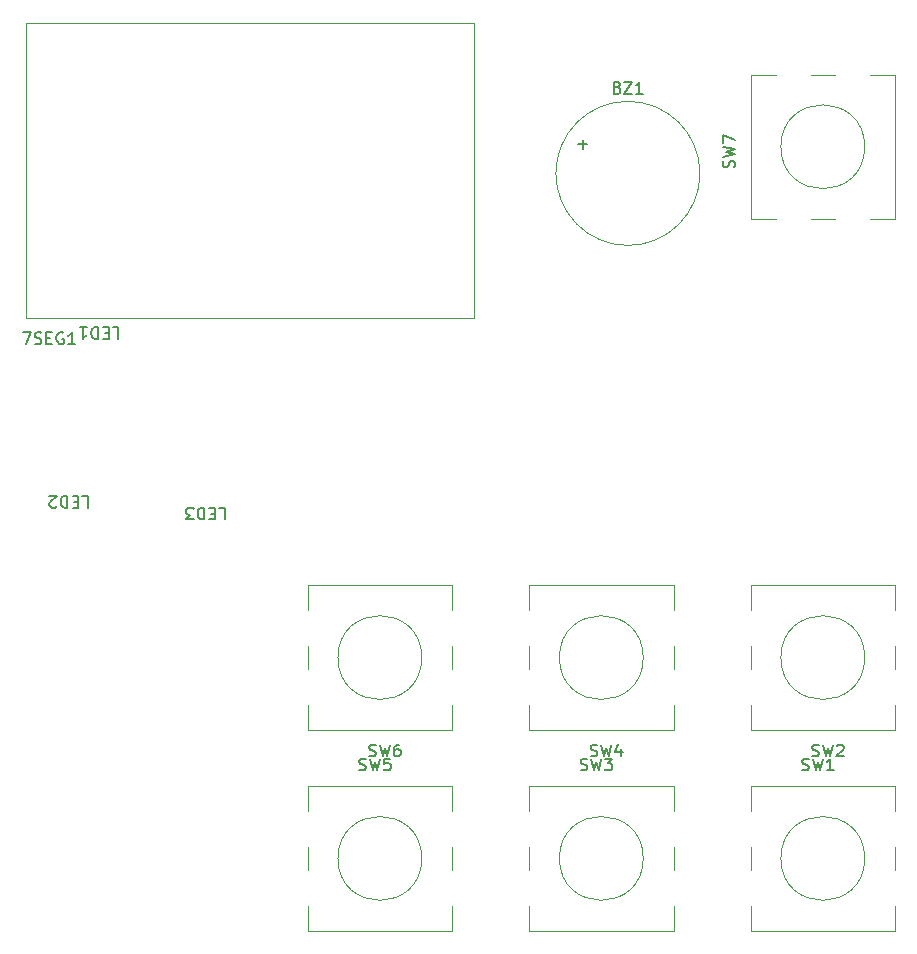
<source format=gto>
%TF.GenerationSoftware,KiCad,Pcbnew,9.0.5*%
%TF.CreationDate,2025-10-27T12:52:04+01:00*%
%TF.ProjectId,mastermind,6d617374-6572-46d6-996e-642e6b696361,rev?*%
%TF.SameCoordinates,Original*%
%TF.FileFunction,Legend,Top*%
%TF.FilePolarity,Positive*%
%FSLAX46Y46*%
G04 Gerber Fmt 4.6, Leading zero omitted, Abs format (unit mm)*
G04 Created by KiCad (PCBNEW 9.0.5) date 2025-10-27 12:52:04*
%MOMM*%
%LPD*%
G01*
G04 APERTURE LIST*
%ADD10C,0.150000*%
%ADD11C,0.100000*%
%ADD12C,0.120000*%
G04 APERTURE END LIST*
D10*
X89789047Y-99295180D02*
X90265237Y-99295180D01*
X90265237Y-99295180D02*
X90265237Y-100295180D01*
X89455713Y-99818990D02*
X89122380Y-99818990D01*
X88979523Y-99295180D02*
X89455713Y-99295180D01*
X89455713Y-99295180D02*
X89455713Y-100295180D01*
X89455713Y-100295180D02*
X88979523Y-100295180D01*
X88550951Y-99295180D02*
X88550951Y-100295180D01*
X88550951Y-100295180D02*
X88312856Y-100295180D01*
X88312856Y-100295180D02*
X88169999Y-100247561D01*
X88169999Y-100247561D02*
X88074761Y-100152323D01*
X88074761Y-100152323D02*
X88027142Y-100057085D01*
X88027142Y-100057085D02*
X87979523Y-99866609D01*
X87979523Y-99866609D02*
X87979523Y-99723752D01*
X87979523Y-99723752D02*
X88027142Y-99533276D01*
X88027142Y-99533276D02*
X88074761Y-99438038D01*
X88074761Y-99438038D02*
X88169999Y-99342800D01*
X88169999Y-99342800D02*
X88312856Y-99295180D01*
X88312856Y-99295180D02*
X88550951Y-99295180D01*
X87598570Y-100199942D02*
X87550951Y-100247561D01*
X87550951Y-100247561D02*
X87455713Y-100295180D01*
X87455713Y-100295180D02*
X87217618Y-100295180D01*
X87217618Y-100295180D02*
X87122380Y-100247561D01*
X87122380Y-100247561D02*
X87074761Y-100199942D01*
X87074761Y-100199942D02*
X87027142Y-100104704D01*
X87027142Y-100104704D02*
X87027142Y-100009466D01*
X87027142Y-100009466D02*
X87074761Y-99866609D01*
X87074761Y-99866609D02*
X87646189Y-99295180D01*
X87646189Y-99295180D02*
X87027142Y-99295180D01*
X101369047Y-100295180D02*
X101845237Y-100295180D01*
X101845237Y-100295180D02*
X101845237Y-101295180D01*
X101035713Y-100818990D02*
X100702380Y-100818990D01*
X100559523Y-100295180D02*
X101035713Y-100295180D01*
X101035713Y-100295180D02*
X101035713Y-101295180D01*
X101035713Y-101295180D02*
X100559523Y-101295180D01*
X100130951Y-100295180D02*
X100130951Y-101295180D01*
X100130951Y-101295180D02*
X99892856Y-101295180D01*
X99892856Y-101295180D02*
X99749999Y-101247561D01*
X99749999Y-101247561D02*
X99654761Y-101152323D01*
X99654761Y-101152323D02*
X99607142Y-101057085D01*
X99607142Y-101057085D02*
X99559523Y-100866609D01*
X99559523Y-100866609D02*
X99559523Y-100723752D01*
X99559523Y-100723752D02*
X99607142Y-100533276D01*
X99607142Y-100533276D02*
X99654761Y-100438038D01*
X99654761Y-100438038D02*
X99749999Y-100342800D01*
X99749999Y-100342800D02*
X99892856Y-100295180D01*
X99892856Y-100295180D02*
X100130951Y-100295180D01*
X99226189Y-101295180D02*
X98607142Y-101295180D01*
X98607142Y-101295180D02*
X98940475Y-100914228D01*
X98940475Y-100914228D02*
X98797618Y-100914228D01*
X98797618Y-100914228D02*
X98702380Y-100866609D01*
X98702380Y-100866609D02*
X98654761Y-100818990D01*
X98654761Y-100818990D02*
X98607142Y-100723752D01*
X98607142Y-100723752D02*
X98607142Y-100485657D01*
X98607142Y-100485657D02*
X98654761Y-100390419D01*
X98654761Y-100390419D02*
X98702380Y-100342800D01*
X98702380Y-100342800D02*
X98797618Y-100295180D01*
X98797618Y-100295180D02*
X99083332Y-100295180D01*
X99083332Y-100295180D02*
X99178570Y-100342800D01*
X99178570Y-100342800D02*
X99226189Y-100390419D01*
X92369047Y-85005180D02*
X92845237Y-85005180D01*
X92845237Y-85005180D02*
X92845237Y-86005180D01*
X92035713Y-85528990D02*
X91702380Y-85528990D01*
X91559523Y-85005180D02*
X92035713Y-85005180D01*
X92035713Y-85005180D02*
X92035713Y-86005180D01*
X92035713Y-86005180D02*
X91559523Y-86005180D01*
X91130951Y-85005180D02*
X91130951Y-86005180D01*
X91130951Y-86005180D02*
X90892856Y-86005180D01*
X90892856Y-86005180D02*
X90749999Y-85957561D01*
X90749999Y-85957561D02*
X90654761Y-85862323D01*
X90654761Y-85862323D02*
X90607142Y-85767085D01*
X90607142Y-85767085D02*
X90559523Y-85576609D01*
X90559523Y-85576609D02*
X90559523Y-85433752D01*
X90559523Y-85433752D02*
X90607142Y-85243276D01*
X90607142Y-85243276D02*
X90654761Y-85148038D01*
X90654761Y-85148038D02*
X90749999Y-85052800D01*
X90749999Y-85052800D02*
X90892856Y-85005180D01*
X90892856Y-85005180D02*
X91130951Y-85005180D01*
X89607142Y-85005180D02*
X90178570Y-85005180D01*
X89892856Y-85005180D02*
X89892856Y-86005180D01*
X89892856Y-86005180D02*
X89988094Y-85862323D01*
X89988094Y-85862323D02*
X90083332Y-85767085D01*
X90083332Y-85767085D02*
X90178570Y-85719466D01*
X84761905Y-85454819D02*
X85428571Y-85454819D01*
X85428571Y-85454819D02*
X85000000Y-86454819D01*
X85761905Y-86407200D02*
X85904762Y-86454819D01*
X85904762Y-86454819D02*
X86142857Y-86454819D01*
X86142857Y-86454819D02*
X86238095Y-86407200D01*
X86238095Y-86407200D02*
X86285714Y-86359580D01*
X86285714Y-86359580D02*
X86333333Y-86264342D01*
X86333333Y-86264342D02*
X86333333Y-86169104D01*
X86333333Y-86169104D02*
X86285714Y-86073866D01*
X86285714Y-86073866D02*
X86238095Y-86026247D01*
X86238095Y-86026247D02*
X86142857Y-85978628D01*
X86142857Y-85978628D02*
X85952381Y-85931009D01*
X85952381Y-85931009D02*
X85857143Y-85883390D01*
X85857143Y-85883390D02*
X85809524Y-85835771D01*
X85809524Y-85835771D02*
X85761905Y-85740533D01*
X85761905Y-85740533D02*
X85761905Y-85645295D01*
X85761905Y-85645295D02*
X85809524Y-85550057D01*
X85809524Y-85550057D02*
X85857143Y-85502438D01*
X85857143Y-85502438D02*
X85952381Y-85454819D01*
X85952381Y-85454819D02*
X86190476Y-85454819D01*
X86190476Y-85454819D02*
X86333333Y-85502438D01*
X86761905Y-85931009D02*
X87095238Y-85931009D01*
X87238095Y-86454819D02*
X86761905Y-86454819D01*
X86761905Y-86454819D02*
X86761905Y-85454819D01*
X86761905Y-85454819D02*
X87238095Y-85454819D01*
X88190476Y-85502438D02*
X88095238Y-85454819D01*
X88095238Y-85454819D02*
X87952381Y-85454819D01*
X87952381Y-85454819D02*
X87809524Y-85502438D01*
X87809524Y-85502438D02*
X87714286Y-85597676D01*
X87714286Y-85597676D02*
X87666667Y-85692914D01*
X87666667Y-85692914D02*
X87619048Y-85883390D01*
X87619048Y-85883390D02*
X87619048Y-86026247D01*
X87619048Y-86026247D02*
X87666667Y-86216723D01*
X87666667Y-86216723D02*
X87714286Y-86311961D01*
X87714286Y-86311961D02*
X87809524Y-86407200D01*
X87809524Y-86407200D02*
X87952381Y-86454819D01*
X87952381Y-86454819D02*
X88047619Y-86454819D01*
X88047619Y-86454819D02*
X88190476Y-86407200D01*
X88190476Y-86407200D02*
X88238095Y-86359580D01*
X88238095Y-86359580D02*
X88238095Y-86026247D01*
X88238095Y-86026247D02*
X88047619Y-86026247D01*
X89190476Y-86454819D02*
X88619048Y-86454819D01*
X88904762Y-86454819D02*
X88904762Y-85454819D01*
X88904762Y-85454819D02*
X88809524Y-85597676D01*
X88809524Y-85597676D02*
X88714286Y-85692914D01*
X88714286Y-85692914D02*
X88619048Y-85740533D01*
X113246667Y-122497200D02*
X113389524Y-122544819D01*
X113389524Y-122544819D02*
X113627619Y-122544819D01*
X113627619Y-122544819D02*
X113722857Y-122497200D01*
X113722857Y-122497200D02*
X113770476Y-122449580D01*
X113770476Y-122449580D02*
X113818095Y-122354342D01*
X113818095Y-122354342D02*
X113818095Y-122259104D01*
X113818095Y-122259104D02*
X113770476Y-122163866D01*
X113770476Y-122163866D02*
X113722857Y-122116247D01*
X113722857Y-122116247D02*
X113627619Y-122068628D01*
X113627619Y-122068628D02*
X113437143Y-122021009D01*
X113437143Y-122021009D02*
X113341905Y-121973390D01*
X113341905Y-121973390D02*
X113294286Y-121925771D01*
X113294286Y-121925771D02*
X113246667Y-121830533D01*
X113246667Y-121830533D02*
X113246667Y-121735295D01*
X113246667Y-121735295D02*
X113294286Y-121640057D01*
X113294286Y-121640057D02*
X113341905Y-121592438D01*
X113341905Y-121592438D02*
X113437143Y-121544819D01*
X113437143Y-121544819D02*
X113675238Y-121544819D01*
X113675238Y-121544819D02*
X113818095Y-121592438D01*
X114151429Y-121544819D02*
X114389524Y-122544819D01*
X114389524Y-122544819D02*
X114580000Y-121830533D01*
X114580000Y-121830533D02*
X114770476Y-122544819D01*
X114770476Y-122544819D02*
X115008572Y-121544819D01*
X115865714Y-121544819D02*
X115389524Y-121544819D01*
X115389524Y-121544819D02*
X115341905Y-122021009D01*
X115341905Y-122021009D02*
X115389524Y-121973390D01*
X115389524Y-121973390D02*
X115484762Y-121925771D01*
X115484762Y-121925771D02*
X115722857Y-121925771D01*
X115722857Y-121925771D02*
X115818095Y-121973390D01*
X115818095Y-121973390D02*
X115865714Y-122021009D01*
X115865714Y-122021009D02*
X115913333Y-122116247D01*
X115913333Y-122116247D02*
X115913333Y-122354342D01*
X115913333Y-122354342D02*
X115865714Y-122449580D01*
X115865714Y-122449580D02*
X115818095Y-122497200D01*
X115818095Y-122497200D02*
X115722857Y-122544819D01*
X115722857Y-122544819D02*
X115484762Y-122544819D01*
X115484762Y-122544819D02*
X115389524Y-122497200D01*
X115389524Y-122497200D02*
X115341905Y-122449580D01*
X135119047Y-64731009D02*
X135261904Y-64778628D01*
X135261904Y-64778628D02*
X135309523Y-64826247D01*
X135309523Y-64826247D02*
X135357142Y-64921485D01*
X135357142Y-64921485D02*
X135357142Y-65064342D01*
X135357142Y-65064342D02*
X135309523Y-65159580D01*
X135309523Y-65159580D02*
X135261904Y-65207200D01*
X135261904Y-65207200D02*
X135166666Y-65254819D01*
X135166666Y-65254819D02*
X134785714Y-65254819D01*
X134785714Y-65254819D02*
X134785714Y-64254819D01*
X134785714Y-64254819D02*
X135119047Y-64254819D01*
X135119047Y-64254819D02*
X135214285Y-64302438D01*
X135214285Y-64302438D02*
X135261904Y-64350057D01*
X135261904Y-64350057D02*
X135309523Y-64445295D01*
X135309523Y-64445295D02*
X135309523Y-64540533D01*
X135309523Y-64540533D02*
X135261904Y-64635771D01*
X135261904Y-64635771D02*
X135214285Y-64683390D01*
X135214285Y-64683390D02*
X135119047Y-64731009D01*
X135119047Y-64731009D02*
X134785714Y-64731009D01*
X135690476Y-64254819D02*
X136357142Y-64254819D01*
X136357142Y-64254819D02*
X135690476Y-65254819D01*
X135690476Y-65254819D02*
X136357142Y-65254819D01*
X137261904Y-65254819D02*
X136690476Y-65254819D01*
X136976190Y-65254819D02*
X136976190Y-64254819D01*
X136976190Y-64254819D02*
X136880952Y-64397676D01*
X136880952Y-64397676D02*
X136785714Y-64492914D01*
X136785714Y-64492914D02*
X136690476Y-64540533D01*
X131809048Y-69533866D02*
X132570953Y-69533866D01*
X132190000Y-69914819D02*
X132190000Y-69152914D01*
X151586667Y-121317200D02*
X151729524Y-121364819D01*
X151729524Y-121364819D02*
X151967619Y-121364819D01*
X151967619Y-121364819D02*
X152062857Y-121317200D01*
X152062857Y-121317200D02*
X152110476Y-121269580D01*
X152110476Y-121269580D02*
X152158095Y-121174342D01*
X152158095Y-121174342D02*
X152158095Y-121079104D01*
X152158095Y-121079104D02*
X152110476Y-120983866D01*
X152110476Y-120983866D02*
X152062857Y-120936247D01*
X152062857Y-120936247D02*
X151967619Y-120888628D01*
X151967619Y-120888628D02*
X151777143Y-120841009D01*
X151777143Y-120841009D02*
X151681905Y-120793390D01*
X151681905Y-120793390D02*
X151634286Y-120745771D01*
X151634286Y-120745771D02*
X151586667Y-120650533D01*
X151586667Y-120650533D02*
X151586667Y-120555295D01*
X151586667Y-120555295D02*
X151634286Y-120460057D01*
X151634286Y-120460057D02*
X151681905Y-120412438D01*
X151681905Y-120412438D02*
X151777143Y-120364819D01*
X151777143Y-120364819D02*
X152015238Y-120364819D01*
X152015238Y-120364819D02*
X152158095Y-120412438D01*
X152491429Y-120364819D02*
X152729524Y-121364819D01*
X152729524Y-121364819D02*
X152920000Y-120650533D01*
X152920000Y-120650533D02*
X153110476Y-121364819D01*
X153110476Y-121364819D02*
X153348572Y-120364819D01*
X153681905Y-120460057D02*
X153729524Y-120412438D01*
X153729524Y-120412438D02*
X153824762Y-120364819D01*
X153824762Y-120364819D02*
X154062857Y-120364819D01*
X154062857Y-120364819D02*
X154158095Y-120412438D01*
X154158095Y-120412438D02*
X154205714Y-120460057D01*
X154205714Y-120460057D02*
X154253333Y-120555295D01*
X154253333Y-120555295D02*
X154253333Y-120650533D01*
X154253333Y-120650533D02*
X154205714Y-120793390D01*
X154205714Y-120793390D02*
X153634286Y-121364819D01*
X153634286Y-121364819D02*
X154253333Y-121364819D01*
X132836667Y-121317200D02*
X132979524Y-121364819D01*
X132979524Y-121364819D02*
X133217619Y-121364819D01*
X133217619Y-121364819D02*
X133312857Y-121317200D01*
X133312857Y-121317200D02*
X133360476Y-121269580D01*
X133360476Y-121269580D02*
X133408095Y-121174342D01*
X133408095Y-121174342D02*
X133408095Y-121079104D01*
X133408095Y-121079104D02*
X133360476Y-120983866D01*
X133360476Y-120983866D02*
X133312857Y-120936247D01*
X133312857Y-120936247D02*
X133217619Y-120888628D01*
X133217619Y-120888628D02*
X133027143Y-120841009D01*
X133027143Y-120841009D02*
X132931905Y-120793390D01*
X132931905Y-120793390D02*
X132884286Y-120745771D01*
X132884286Y-120745771D02*
X132836667Y-120650533D01*
X132836667Y-120650533D02*
X132836667Y-120555295D01*
X132836667Y-120555295D02*
X132884286Y-120460057D01*
X132884286Y-120460057D02*
X132931905Y-120412438D01*
X132931905Y-120412438D02*
X133027143Y-120364819D01*
X133027143Y-120364819D02*
X133265238Y-120364819D01*
X133265238Y-120364819D02*
X133408095Y-120412438D01*
X133741429Y-120364819D02*
X133979524Y-121364819D01*
X133979524Y-121364819D02*
X134170000Y-120650533D01*
X134170000Y-120650533D02*
X134360476Y-121364819D01*
X134360476Y-121364819D02*
X134598572Y-120364819D01*
X135408095Y-120698152D02*
X135408095Y-121364819D01*
X135170000Y-120317200D02*
X134931905Y-121031485D01*
X134931905Y-121031485D02*
X135550952Y-121031485D01*
X114086667Y-121317200D02*
X114229524Y-121364819D01*
X114229524Y-121364819D02*
X114467619Y-121364819D01*
X114467619Y-121364819D02*
X114562857Y-121317200D01*
X114562857Y-121317200D02*
X114610476Y-121269580D01*
X114610476Y-121269580D02*
X114658095Y-121174342D01*
X114658095Y-121174342D02*
X114658095Y-121079104D01*
X114658095Y-121079104D02*
X114610476Y-120983866D01*
X114610476Y-120983866D02*
X114562857Y-120936247D01*
X114562857Y-120936247D02*
X114467619Y-120888628D01*
X114467619Y-120888628D02*
X114277143Y-120841009D01*
X114277143Y-120841009D02*
X114181905Y-120793390D01*
X114181905Y-120793390D02*
X114134286Y-120745771D01*
X114134286Y-120745771D02*
X114086667Y-120650533D01*
X114086667Y-120650533D02*
X114086667Y-120555295D01*
X114086667Y-120555295D02*
X114134286Y-120460057D01*
X114134286Y-120460057D02*
X114181905Y-120412438D01*
X114181905Y-120412438D02*
X114277143Y-120364819D01*
X114277143Y-120364819D02*
X114515238Y-120364819D01*
X114515238Y-120364819D02*
X114658095Y-120412438D01*
X114991429Y-120364819D02*
X115229524Y-121364819D01*
X115229524Y-121364819D02*
X115420000Y-120650533D01*
X115420000Y-120650533D02*
X115610476Y-121364819D01*
X115610476Y-121364819D02*
X115848572Y-120364819D01*
X116658095Y-120364819D02*
X116467619Y-120364819D01*
X116467619Y-120364819D02*
X116372381Y-120412438D01*
X116372381Y-120412438D02*
X116324762Y-120460057D01*
X116324762Y-120460057D02*
X116229524Y-120602914D01*
X116229524Y-120602914D02*
X116181905Y-120793390D01*
X116181905Y-120793390D02*
X116181905Y-121174342D01*
X116181905Y-121174342D02*
X116229524Y-121269580D01*
X116229524Y-121269580D02*
X116277143Y-121317200D01*
X116277143Y-121317200D02*
X116372381Y-121364819D01*
X116372381Y-121364819D02*
X116562857Y-121364819D01*
X116562857Y-121364819D02*
X116658095Y-121317200D01*
X116658095Y-121317200D02*
X116705714Y-121269580D01*
X116705714Y-121269580D02*
X116753333Y-121174342D01*
X116753333Y-121174342D02*
X116753333Y-120936247D01*
X116753333Y-120936247D02*
X116705714Y-120841009D01*
X116705714Y-120841009D02*
X116658095Y-120793390D01*
X116658095Y-120793390D02*
X116562857Y-120745771D01*
X116562857Y-120745771D02*
X116372381Y-120745771D01*
X116372381Y-120745771D02*
X116277143Y-120793390D01*
X116277143Y-120793390D02*
X116229524Y-120841009D01*
X116229524Y-120841009D02*
X116181905Y-120936247D01*
X131996667Y-122497200D02*
X132139524Y-122544819D01*
X132139524Y-122544819D02*
X132377619Y-122544819D01*
X132377619Y-122544819D02*
X132472857Y-122497200D01*
X132472857Y-122497200D02*
X132520476Y-122449580D01*
X132520476Y-122449580D02*
X132568095Y-122354342D01*
X132568095Y-122354342D02*
X132568095Y-122259104D01*
X132568095Y-122259104D02*
X132520476Y-122163866D01*
X132520476Y-122163866D02*
X132472857Y-122116247D01*
X132472857Y-122116247D02*
X132377619Y-122068628D01*
X132377619Y-122068628D02*
X132187143Y-122021009D01*
X132187143Y-122021009D02*
X132091905Y-121973390D01*
X132091905Y-121973390D02*
X132044286Y-121925771D01*
X132044286Y-121925771D02*
X131996667Y-121830533D01*
X131996667Y-121830533D02*
X131996667Y-121735295D01*
X131996667Y-121735295D02*
X132044286Y-121640057D01*
X132044286Y-121640057D02*
X132091905Y-121592438D01*
X132091905Y-121592438D02*
X132187143Y-121544819D01*
X132187143Y-121544819D02*
X132425238Y-121544819D01*
X132425238Y-121544819D02*
X132568095Y-121592438D01*
X132901429Y-121544819D02*
X133139524Y-122544819D01*
X133139524Y-122544819D02*
X133330000Y-121830533D01*
X133330000Y-121830533D02*
X133520476Y-122544819D01*
X133520476Y-122544819D02*
X133758572Y-121544819D01*
X134044286Y-121544819D02*
X134663333Y-121544819D01*
X134663333Y-121544819D02*
X134330000Y-121925771D01*
X134330000Y-121925771D02*
X134472857Y-121925771D01*
X134472857Y-121925771D02*
X134568095Y-121973390D01*
X134568095Y-121973390D02*
X134615714Y-122021009D01*
X134615714Y-122021009D02*
X134663333Y-122116247D01*
X134663333Y-122116247D02*
X134663333Y-122354342D01*
X134663333Y-122354342D02*
X134615714Y-122449580D01*
X134615714Y-122449580D02*
X134568095Y-122497200D01*
X134568095Y-122497200D02*
X134472857Y-122544819D01*
X134472857Y-122544819D02*
X134187143Y-122544819D01*
X134187143Y-122544819D02*
X134091905Y-122497200D01*
X134091905Y-122497200D02*
X134044286Y-122449580D01*
X150746667Y-122497200D02*
X150889524Y-122544819D01*
X150889524Y-122544819D02*
X151127619Y-122544819D01*
X151127619Y-122544819D02*
X151222857Y-122497200D01*
X151222857Y-122497200D02*
X151270476Y-122449580D01*
X151270476Y-122449580D02*
X151318095Y-122354342D01*
X151318095Y-122354342D02*
X151318095Y-122259104D01*
X151318095Y-122259104D02*
X151270476Y-122163866D01*
X151270476Y-122163866D02*
X151222857Y-122116247D01*
X151222857Y-122116247D02*
X151127619Y-122068628D01*
X151127619Y-122068628D02*
X150937143Y-122021009D01*
X150937143Y-122021009D02*
X150841905Y-121973390D01*
X150841905Y-121973390D02*
X150794286Y-121925771D01*
X150794286Y-121925771D02*
X150746667Y-121830533D01*
X150746667Y-121830533D02*
X150746667Y-121735295D01*
X150746667Y-121735295D02*
X150794286Y-121640057D01*
X150794286Y-121640057D02*
X150841905Y-121592438D01*
X150841905Y-121592438D02*
X150937143Y-121544819D01*
X150937143Y-121544819D02*
X151175238Y-121544819D01*
X151175238Y-121544819D02*
X151318095Y-121592438D01*
X151651429Y-121544819D02*
X151889524Y-122544819D01*
X151889524Y-122544819D02*
X152080000Y-121830533D01*
X152080000Y-121830533D02*
X152270476Y-122544819D01*
X152270476Y-122544819D02*
X152508572Y-121544819D01*
X153413333Y-122544819D02*
X152841905Y-122544819D01*
X153127619Y-122544819D02*
X153127619Y-121544819D01*
X153127619Y-121544819D02*
X153032381Y-121687676D01*
X153032381Y-121687676D02*
X152937143Y-121782914D01*
X152937143Y-121782914D02*
X152841905Y-121830533D01*
X144997200Y-71503332D02*
X145044819Y-71360475D01*
X145044819Y-71360475D02*
X145044819Y-71122380D01*
X145044819Y-71122380D02*
X144997200Y-71027142D01*
X144997200Y-71027142D02*
X144949580Y-70979523D01*
X144949580Y-70979523D02*
X144854342Y-70931904D01*
X144854342Y-70931904D02*
X144759104Y-70931904D01*
X144759104Y-70931904D02*
X144663866Y-70979523D01*
X144663866Y-70979523D02*
X144616247Y-71027142D01*
X144616247Y-71027142D02*
X144568628Y-71122380D01*
X144568628Y-71122380D02*
X144521009Y-71312856D01*
X144521009Y-71312856D02*
X144473390Y-71408094D01*
X144473390Y-71408094D02*
X144425771Y-71455713D01*
X144425771Y-71455713D02*
X144330533Y-71503332D01*
X144330533Y-71503332D02*
X144235295Y-71503332D01*
X144235295Y-71503332D02*
X144140057Y-71455713D01*
X144140057Y-71455713D02*
X144092438Y-71408094D01*
X144092438Y-71408094D02*
X144044819Y-71312856D01*
X144044819Y-71312856D02*
X144044819Y-71074761D01*
X144044819Y-71074761D02*
X144092438Y-70931904D01*
X144044819Y-70598570D02*
X145044819Y-70360475D01*
X145044819Y-70360475D02*
X144330533Y-70169999D01*
X144330533Y-70169999D02*
X145044819Y-69979523D01*
X145044819Y-69979523D02*
X144044819Y-69741428D01*
X144044819Y-69455713D02*
X144044819Y-68789047D01*
X144044819Y-68789047D02*
X145044819Y-69217618D01*
%TO.C,7SEG1*%
D11*
X85000000Y-59250000D02*
X123000000Y-59250000D01*
X123000000Y-84250000D01*
X85000000Y-84250000D01*
X85000000Y-59250000D01*
D12*
%TO.C,SW5*%
X108890000Y-123890000D02*
X108890000Y-126000000D01*
X108890000Y-123890000D02*
X121110000Y-123890000D01*
X108890000Y-129000000D02*
X108890000Y-131000000D01*
X108890000Y-134000000D02*
X108890000Y-136110000D01*
X121110000Y-123890000D02*
X121110000Y-126000000D01*
X121110000Y-129000000D02*
X121110000Y-131000000D01*
X121110000Y-134000000D02*
X121110000Y-136110000D01*
X121110000Y-136110000D02*
X108890000Y-136110000D01*
X118550000Y-130000000D02*
G75*
G02*
X111450000Y-130000000I-3550000J0D01*
G01*
X111450000Y-130000000D02*
G75*
G02*
X118550000Y-130000000I3550000J0D01*
G01*
%TO.C,BZ1*%
X142100000Y-72000000D02*
G75*
G02*
X129900000Y-72000000I-6100000J0D01*
G01*
X129900000Y-72000000D02*
G75*
G02*
X142100000Y-72000000I6100000J0D01*
G01*
%TO.C,SW2*%
X146390000Y-106890000D02*
X158610000Y-106890000D01*
X146390000Y-109000000D02*
X146390000Y-106890000D01*
X146390000Y-114000000D02*
X146390000Y-112000000D01*
X146390000Y-119110000D02*
X146390000Y-117000000D01*
X158610000Y-109000000D02*
X158610000Y-106890000D01*
X158610000Y-114000000D02*
X158610000Y-112000000D01*
X158610000Y-119110000D02*
X146390000Y-119110000D01*
X158610000Y-119110000D02*
X158610000Y-117000000D01*
X156050000Y-113000000D02*
G75*
G02*
X148950000Y-113000000I-3550000J0D01*
G01*
X148950000Y-113000000D02*
G75*
G02*
X156050000Y-113000000I3550000J0D01*
G01*
%TO.C,SW4*%
X127640000Y-106890000D02*
X139860000Y-106890000D01*
X127640000Y-109000000D02*
X127640000Y-106890000D01*
X127640000Y-114000000D02*
X127640000Y-112000000D01*
X127640000Y-119110000D02*
X127640000Y-117000000D01*
X139860000Y-109000000D02*
X139860000Y-106890000D01*
X139860000Y-114000000D02*
X139860000Y-112000000D01*
X139860000Y-119110000D02*
X127640000Y-119110000D01*
X139860000Y-119110000D02*
X139860000Y-117000000D01*
X137300000Y-113000000D02*
G75*
G02*
X130200000Y-113000000I-3550000J0D01*
G01*
X130200000Y-113000000D02*
G75*
G02*
X137300000Y-113000000I3550000J0D01*
G01*
%TO.C,SW6*%
X108890000Y-106890000D02*
X121110000Y-106890000D01*
X108890000Y-109000000D02*
X108890000Y-106890000D01*
X108890000Y-114000000D02*
X108890000Y-112000000D01*
X108890000Y-119110000D02*
X108890000Y-117000000D01*
X121110000Y-109000000D02*
X121110000Y-106890000D01*
X121110000Y-114000000D02*
X121110000Y-112000000D01*
X121110000Y-119110000D02*
X108890000Y-119110000D01*
X121110000Y-119110000D02*
X121110000Y-117000000D01*
X118550000Y-113000000D02*
G75*
G02*
X111450000Y-113000000I-3550000J0D01*
G01*
X111450000Y-113000000D02*
G75*
G02*
X118550000Y-113000000I3550000J0D01*
G01*
%TO.C,SW3*%
X127640000Y-123890000D02*
X127640000Y-126000000D01*
X127640000Y-123890000D02*
X139860000Y-123890000D01*
X127640000Y-129000000D02*
X127640000Y-131000000D01*
X127640000Y-134000000D02*
X127640000Y-136110000D01*
X139860000Y-123890000D02*
X139860000Y-126000000D01*
X139860000Y-129000000D02*
X139860000Y-131000000D01*
X139860000Y-134000000D02*
X139860000Y-136110000D01*
X139860000Y-136110000D02*
X127640000Y-136110000D01*
X137300000Y-130000000D02*
G75*
G02*
X130200000Y-130000000I-3550000J0D01*
G01*
X130200000Y-130000000D02*
G75*
G02*
X137300000Y-130000000I3550000J0D01*
G01*
%TO.C,SW1*%
X146390000Y-123890000D02*
X146390000Y-126000000D01*
X146390000Y-123890000D02*
X158610000Y-123890000D01*
X146390000Y-129000000D02*
X146390000Y-131000000D01*
X146390000Y-134000000D02*
X146390000Y-136110000D01*
X158610000Y-123890000D02*
X158610000Y-126000000D01*
X158610000Y-129000000D02*
X158610000Y-131000000D01*
X158610000Y-134000000D02*
X158610000Y-136110000D01*
X158610000Y-136110000D02*
X146390000Y-136110000D01*
X156050000Y-130000000D02*
G75*
G02*
X148950000Y-130000000I-3550000J0D01*
G01*
X148950000Y-130000000D02*
G75*
G02*
X156050000Y-130000000I3550000J0D01*
G01*
%TO.C,SW7*%
X146390000Y-63640000D02*
X148500000Y-63640000D01*
X146390000Y-75860000D02*
X146390000Y-63640000D01*
X146390000Y-75860000D02*
X148500000Y-75860000D01*
X151500000Y-63640000D02*
X153500000Y-63640000D01*
X151500000Y-75860000D02*
X153500000Y-75860000D01*
X156500000Y-63640000D02*
X158610000Y-63640000D01*
X156500000Y-75860000D02*
X158610000Y-75860000D01*
X158610000Y-63640000D02*
X158610000Y-75860000D01*
X156050000Y-69750000D02*
G75*
G02*
X148950000Y-69750000I-3550000J0D01*
G01*
X148950000Y-69750000D02*
G75*
G02*
X156050000Y-69750000I3550000J0D01*
G01*
%TD*%
M02*

</source>
